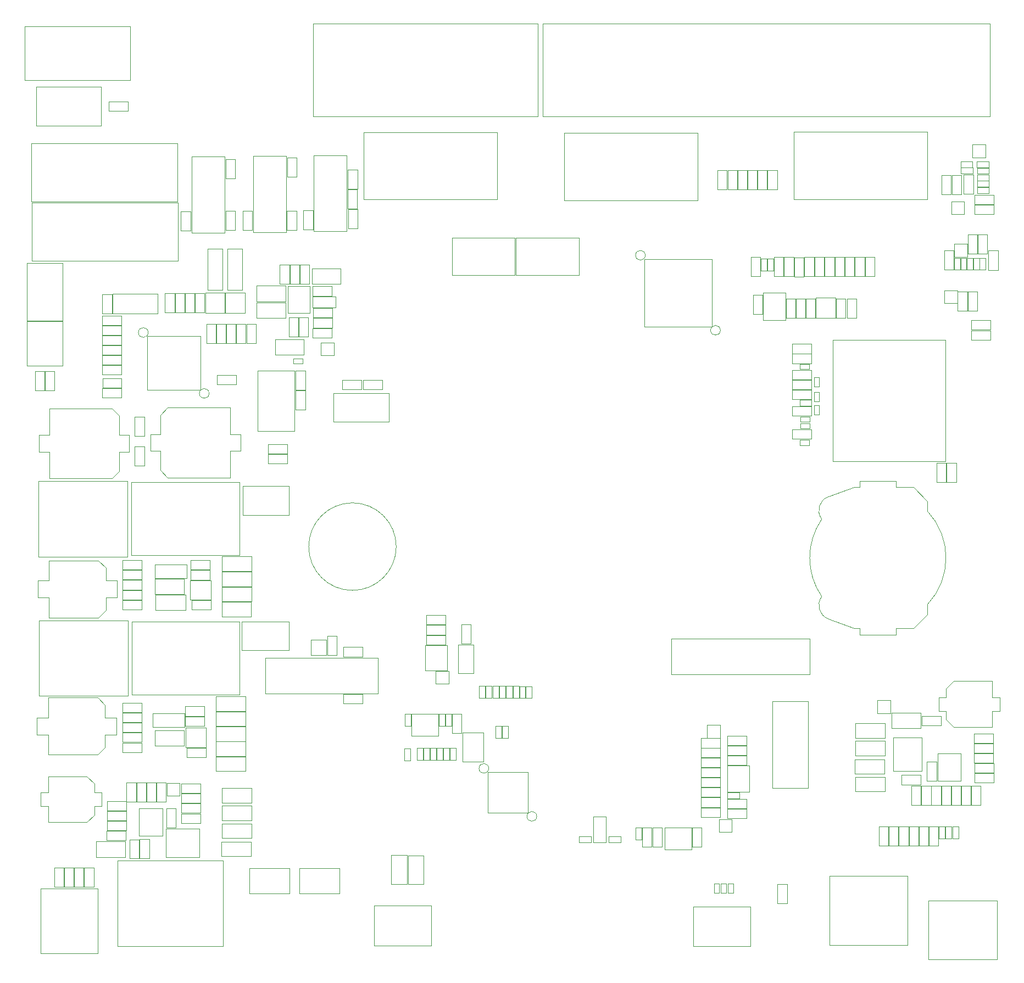
<source format=gbr>
G04 #@! TF.GenerationSoftware,KiCad,Pcbnew,8.0.0-rc1*
G04 #@! TF.CreationDate,2025-03-26T09:49:13+03:00*
G04 #@! TF.ProjectId,Movita_3566_HXV_Router_V4.1,4d6f7669-7461-45f3-9335-36365f485856,REV1*
G04 #@! TF.SameCoordinates,Original*
G04 #@! TF.FileFunction,Other,User*
%FSLAX46Y46*%
G04 Gerber Fmt 4.6, Leading zero omitted, Abs format (unit mm)*
G04 Created by KiCad (PCBNEW 8.0.0-rc1) date 2025-03-26 09:49:13*
%MOMM*%
%LPD*%
G01*
G04 APERTURE LIST*
%ADD10C,0.050000*%
%ADD11C,0.100000*%
G04 APERTURE END LIST*
D10*
X101880000Y-41930000D02*
X122470000Y-41930000D01*
X122470000Y-52330000D01*
X101880000Y-52330000D01*
X101880000Y-41930000D01*
X75340000Y-114110000D02*
X78300000Y-114110000D01*
X75340000Y-115570000D02*
X75340000Y-114110000D01*
X78300000Y-114110000D02*
X78300000Y-115570000D01*
X78300000Y-115570000D02*
X75340000Y-115570000D01*
X121140000Y-140020000D02*
G75*
G02*
X119640000Y-140020000I-750000J0D01*
G01*
X119640000Y-140020000D02*
G75*
G02*
X121140000Y-140020000I750000J0D01*
G01*
X49980000Y-62080000D02*
X49980000Y-70980000D01*
X49980000Y-70980000D02*
X55480000Y-70980000D01*
X55480000Y-62080000D02*
X49980000Y-62080000D01*
X55480000Y-70980000D02*
X55480000Y-62080000D01*
X111102500Y-136867500D02*
X112042500Y-136867500D01*
X111102500Y-138727500D02*
X111102500Y-136867500D01*
X112042500Y-136867500D02*
X112042500Y-138727500D01*
X112042500Y-138727500D02*
X111102500Y-138727500D01*
X192880000Y-61312500D02*
X193800000Y-61312500D01*
X192880000Y-63132500D02*
X192880000Y-61312500D01*
X193800000Y-61312500D02*
X193800000Y-63132500D01*
X193800000Y-63132500D02*
X192880000Y-63132500D01*
X61580000Y-81400000D02*
X64540000Y-81400000D01*
X61580000Y-82860000D02*
X61580000Y-81400000D01*
X64540000Y-81400000D02*
X64540000Y-82860000D01*
X64540000Y-82860000D02*
X61580000Y-82860000D01*
X190950000Y-48540000D02*
X192410000Y-48540000D01*
X190950000Y-51500000D02*
X190950000Y-48540000D01*
X192410000Y-48540000D02*
X192410000Y-51500000D01*
X192410000Y-51500000D02*
X190950000Y-51500000D01*
X89805000Y-68020000D02*
X85355000Y-68020000D01*
X85355000Y-65620000D01*
X89805000Y-65620000D01*
X89805000Y-68020000D01*
X74150000Y-136570000D02*
X69700000Y-136570000D01*
X69700000Y-134170000D01*
X74150000Y-134170000D01*
X74150000Y-136570000D01*
X111525000Y-117930000D02*
X114485000Y-117930000D01*
X111525000Y-119390000D02*
X111525000Y-117930000D01*
X114485000Y-117930000D02*
X114485000Y-119390000D01*
X114485000Y-119390000D02*
X111525000Y-119390000D01*
X95280000Y-74370000D02*
X95280000Y-76370000D01*
X95280000Y-74370000D02*
X97280000Y-74370000D01*
X97280000Y-76370000D02*
X95280000Y-76370000D01*
X97280000Y-76370000D02*
X97280000Y-74370000D01*
X187870000Y-131930000D02*
X190830000Y-131930000D01*
X187870000Y-133390000D02*
X187870000Y-131930000D01*
X190830000Y-131930000D02*
X190830000Y-133390000D01*
X190830000Y-133390000D02*
X187870000Y-133390000D01*
D11*
X115480000Y-58240000D02*
X125180000Y-58240000D01*
X115480000Y-63940000D02*
X115480000Y-58240000D01*
X125180000Y-58240000D02*
X125180000Y-63940000D01*
X125180000Y-63940000D02*
X115480000Y-63940000D01*
D10*
X61580000Y-73280000D02*
X64540000Y-73280000D01*
X61580000Y-74740000D02*
X61580000Y-73280000D01*
X64540000Y-73280000D02*
X64540000Y-74740000D01*
X64540000Y-74740000D02*
X61580000Y-74740000D01*
X64710000Y-109460000D02*
X67670000Y-109460000D01*
X64710000Y-110920000D02*
X64710000Y-109460000D01*
X67670000Y-109460000D02*
X67670000Y-110920000D01*
X67670000Y-110920000D02*
X64710000Y-110920000D01*
X156840000Y-72480000D02*
G75*
G02*
X155340000Y-72480000I-750000J0D01*
G01*
X155340000Y-72480000D02*
G75*
G02*
X156840000Y-72480000I750000J0D01*
G01*
X99430000Y-50805000D02*
X100890000Y-50805000D01*
X99430000Y-53765000D02*
X99430000Y-50805000D01*
X100890000Y-50805000D02*
X100890000Y-53765000D01*
X100890000Y-53765000D02*
X99430000Y-53765000D01*
X98740000Y-128560000D02*
X101700000Y-128560000D01*
X98740000Y-130020000D02*
X98740000Y-128560000D01*
X101700000Y-128560000D02*
X101700000Y-130020000D01*
X101700000Y-130020000D02*
X98740000Y-130020000D01*
X69727500Y-108565000D02*
X74607500Y-108565000D01*
X74607500Y-110695000D01*
X69727500Y-110695000D01*
X69727500Y-108565000D01*
X176350000Y-67580000D02*
X177810000Y-67580000D01*
X176350000Y-70540000D02*
X176350000Y-67580000D01*
X177810000Y-67580000D02*
X177810000Y-70540000D01*
X177810000Y-70540000D02*
X176350000Y-70540000D01*
X64715000Y-107910000D02*
X67675000Y-107910000D01*
X64715000Y-109370000D02*
X64715000Y-107910000D01*
X67675000Y-107910000D02*
X67675000Y-109370000D01*
X67675000Y-109370000D02*
X64715000Y-109370000D01*
X194340000Y-48460000D02*
X195840000Y-48460000D01*
X194340000Y-51460000D02*
X194340000Y-48460000D01*
X195840000Y-48460000D02*
X195840000Y-51460000D01*
X195840000Y-51460000D02*
X194340000Y-51460000D01*
X79990000Y-114360000D02*
X84550000Y-114360000D01*
X79990000Y-116600000D02*
X79990000Y-114360000D01*
X84550000Y-114360000D02*
X84550000Y-116600000D01*
X84550000Y-116600000D02*
X79990000Y-116600000D01*
X64710000Y-112540000D02*
X67670000Y-112540000D01*
X64710000Y-114000000D02*
X64710000Y-112540000D01*
X67670000Y-112540000D02*
X67670000Y-114000000D01*
X67670000Y-114000000D02*
X64710000Y-114000000D01*
X193965000Y-142735000D02*
X195425000Y-142735000D01*
X193965000Y-145695000D02*
X193965000Y-142735000D01*
X195425000Y-142735000D02*
X195425000Y-145695000D01*
X195425000Y-145695000D02*
X193965000Y-145695000D01*
X139640000Y-150510000D02*
X141500000Y-150510000D01*
X139640000Y-151450000D02*
X139640000Y-150510000D01*
X141500000Y-150510000D02*
X141500000Y-151450000D01*
X141500000Y-151450000D02*
X139640000Y-151450000D01*
X188690000Y-139030000D02*
X190150000Y-139030000D01*
X188690000Y-141990000D02*
X188690000Y-139030000D01*
X190150000Y-139030000D02*
X190150000Y-141990000D01*
X190150000Y-141990000D02*
X188690000Y-141990000D01*
X62600000Y-37220000D02*
X65560000Y-37220000D01*
X62600000Y-38680000D02*
X62600000Y-37220000D01*
X65560000Y-37220000D02*
X65560000Y-38680000D01*
X65560000Y-38680000D02*
X62600000Y-38680000D01*
X114490000Y-131620000D02*
X115430000Y-131620000D01*
X114490000Y-133480000D02*
X114490000Y-131620000D01*
X115430000Y-131620000D02*
X115430000Y-133480000D01*
X115430000Y-133480000D02*
X114490000Y-133480000D01*
X77620000Y-71512500D02*
X79080000Y-71512500D01*
X77620000Y-74472500D02*
X77620000Y-71512500D01*
X79080000Y-71512500D02*
X79080000Y-74472500D01*
X79080000Y-74472500D02*
X77620000Y-74472500D01*
X52760000Y-78760000D02*
X54220000Y-78760000D01*
X52760000Y-81720000D02*
X52760000Y-78760000D01*
X54220000Y-78760000D02*
X54220000Y-81720000D01*
X54220000Y-81720000D02*
X52760000Y-81720000D01*
X128540000Y-147420000D02*
G75*
G02*
X127040000Y-147420000I-750000J0D01*
G01*
X127040000Y-147420000D02*
G75*
G02*
X128540000Y-147420000I750000J0D01*
G01*
X191570000Y-149010000D02*
X192490000Y-149010000D01*
X191570000Y-150830000D02*
X191570000Y-149010000D01*
X192490000Y-149010000D02*
X192490000Y-150830000D01*
X192490000Y-150830000D02*
X191570000Y-150830000D01*
X190500000Y-129060000D02*
X190500000Y-131160000D01*
X190500000Y-131160000D02*
X191650000Y-131160000D01*
X191650000Y-127710000D02*
X191650000Y-129060000D01*
X191650000Y-127710000D02*
X192800000Y-126560000D01*
X191650000Y-129060000D02*
X190500000Y-129060000D01*
X191650000Y-131160000D02*
X191650000Y-132510000D01*
X191650000Y-132510000D02*
X192800000Y-133660000D01*
X192800000Y-126560000D02*
X198750000Y-126560000D01*
X192800000Y-133660000D02*
X198750000Y-133660000D01*
X198750000Y-126560000D02*
X198750000Y-129060000D01*
X198750000Y-129060000D02*
X199900000Y-129060000D01*
X198750000Y-131160000D02*
X198750000Y-133660000D01*
X199900000Y-129060000D02*
X199900000Y-131160000D01*
X199900000Y-131160000D02*
X198750000Y-131160000D01*
X51200000Y-78760000D02*
X52660000Y-78760000D01*
X51200000Y-81720000D02*
X51200000Y-78760000D01*
X52660000Y-78760000D02*
X52660000Y-81720000D01*
X52660000Y-81720000D02*
X51200000Y-81720000D01*
X103465000Y-161212500D02*
X112265000Y-161212500D01*
X103465000Y-167312500D02*
X103465000Y-161212500D01*
X103465000Y-167312500D02*
X112265000Y-167312500D01*
X112265000Y-161212500D02*
X112265000Y-167312500D01*
X195515000Y-142725000D02*
X196975000Y-142725000D01*
X195515000Y-145685000D02*
X195515000Y-142725000D01*
X196975000Y-142725000D02*
X196975000Y-145685000D01*
X196975000Y-145685000D02*
X195515000Y-145685000D01*
X194970000Y-57740000D02*
X196430000Y-57740000D01*
X194970000Y-60700000D02*
X194970000Y-57740000D01*
X196430000Y-57740000D02*
X196430000Y-60700000D01*
X196430000Y-60700000D02*
X194970000Y-60700000D01*
X161900000Y-67000000D02*
X163360000Y-67000000D01*
X161900000Y-69960000D02*
X161900000Y-67000000D01*
X163360000Y-67000000D02*
X163360000Y-69960000D01*
X163360000Y-69960000D02*
X161900000Y-69960000D01*
X91400000Y-81730000D02*
X92860000Y-81730000D01*
X91400000Y-84690000D02*
X91400000Y-81730000D01*
X92860000Y-81730000D02*
X92860000Y-84690000D01*
X92860000Y-84690000D02*
X91400000Y-84690000D01*
X61605000Y-77862500D02*
X64565000Y-77862500D01*
X61605000Y-79322500D02*
X61605000Y-77862500D01*
X64565000Y-77862500D02*
X64565000Y-79322500D01*
X64565000Y-79322500D02*
X61605000Y-79322500D01*
D11*
X125340000Y-58250000D02*
X135040000Y-58250000D01*
X125340000Y-63950000D02*
X125340000Y-58250000D01*
X135040000Y-58250000D02*
X135040000Y-63950000D01*
X135040000Y-63950000D02*
X125340000Y-63950000D01*
D10*
X64715000Y-131430000D02*
X67675000Y-131430000D01*
X64715000Y-132890000D02*
X64715000Y-131430000D01*
X67675000Y-131430000D02*
X67675000Y-132890000D01*
X67675000Y-132890000D02*
X64715000Y-132890000D01*
X196540000Y-57720000D02*
X198000000Y-57720000D01*
X196540000Y-60680000D02*
X196540000Y-57720000D01*
X198000000Y-57720000D02*
X198000000Y-60680000D01*
X198000000Y-60680000D02*
X196540000Y-60680000D01*
X79090000Y-135890000D02*
X83650000Y-135890000D01*
X79090000Y-138130000D02*
X79090000Y-135890000D01*
X83650000Y-135890000D02*
X83650000Y-138130000D01*
X83650000Y-138130000D02*
X79090000Y-138130000D01*
X77470000Y-66642500D02*
X77470000Y-69792500D01*
X77470000Y-66642500D02*
X80470000Y-66642500D01*
X77470000Y-69792500D02*
X80470000Y-69792500D01*
X80470000Y-66642500D02*
X80470000Y-69792500D01*
X177590000Y-61190000D02*
X179050000Y-61190000D01*
X177590000Y-64150000D02*
X177590000Y-61190000D01*
X179050000Y-61190000D02*
X179050000Y-64150000D01*
X179050000Y-64150000D02*
X177590000Y-64150000D01*
X64705000Y-134500000D02*
X67665000Y-134500000D01*
X64705000Y-135960000D02*
X64705000Y-134500000D01*
X67665000Y-134500000D02*
X67665000Y-135960000D01*
X67665000Y-135960000D02*
X64705000Y-135960000D01*
X75150000Y-111050000D02*
X78300000Y-111050000D01*
X75150000Y-114050000D02*
X75150000Y-111050000D01*
X75150000Y-114050000D02*
X78300000Y-114050000D01*
X78300000Y-114050000D02*
X78300000Y-111050000D01*
X115172500Y-136867500D02*
X116112500Y-136867500D01*
X115172500Y-138727500D02*
X115172500Y-136867500D01*
X116112500Y-136867500D02*
X116112500Y-138727500D01*
X116112500Y-138727500D02*
X115172500Y-138727500D01*
X167921511Y-84170000D02*
X170881511Y-84170000D01*
X167921511Y-85630000D02*
X167921511Y-84170000D01*
X170881511Y-84170000D02*
X170881511Y-85630000D01*
X170881511Y-85630000D02*
X167921511Y-85630000D01*
X167880000Y-76110000D02*
X170840000Y-76110000D01*
X167880000Y-77570000D02*
X167880000Y-76110000D01*
X170840000Y-76110000D02*
X170840000Y-77570000D01*
X170840000Y-77570000D02*
X167880000Y-77570000D01*
X91410000Y-78690000D02*
X92870000Y-78690000D01*
X91410000Y-81650000D02*
X91410000Y-78690000D01*
X92870000Y-78690000D02*
X92870000Y-81650000D01*
X92870000Y-81650000D02*
X91410000Y-81650000D01*
X171260000Y-85503489D02*
X172050000Y-85503489D01*
X172050000Y-84063489D01*
X171260000Y-84063489D01*
X171260000Y-85503489D01*
X69957500Y-142230000D02*
X71417500Y-142230000D01*
X69957500Y-145190000D02*
X69957500Y-142230000D01*
X71417500Y-142230000D02*
X71417500Y-145190000D01*
X71417500Y-145190000D02*
X69957500Y-145190000D01*
X157917500Y-138039998D02*
X160877500Y-138039998D01*
X157917500Y-139499998D02*
X157917500Y-138039998D01*
X160877500Y-138039998D02*
X160877500Y-139499998D01*
X160877500Y-139499998D02*
X157917500Y-139499998D01*
X193910000Y-47420000D02*
X195730000Y-47420000D01*
X193910000Y-48340000D02*
X193910000Y-47420000D01*
X195730000Y-47420000D02*
X195730000Y-48340000D01*
X195730000Y-48340000D02*
X193910000Y-48340000D01*
X124860000Y-127340000D02*
X125800000Y-127340000D01*
X124860000Y-129200000D02*
X124860000Y-127340000D01*
X125800000Y-127340000D02*
X125800000Y-129200000D01*
X125800000Y-129200000D02*
X124860000Y-129200000D01*
X171390000Y-61205000D02*
X172850000Y-61205000D01*
X171390000Y-64165000D02*
X171390000Y-61205000D01*
X172850000Y-61205000D02*
X172850000Y-64165000D01*
X172850000Y-64165000D02*
X171390000Y-64165000D01*
X159520000Y-47820000D02*
X160980000Y-47820000D01*
X159520000Y-50780000D02*
X159520000Y-47820000D01*
X160980000Y-47820000D02*
X160980000Y-50780000D01*
X160980000Y-50780000D02*
X159520000Y-50780000D01*
X87130000Y-91565000D02*
X90090000Y-91565000D01*
X87130000Y-93025000D02*
X87130000Y-91565000D01*
X90090000Y-91565000D02*
X90090000Y-93025000D01*
X90090000Y-93025000D02*
X87130000Y-93025000D01*
X114152500Y-136867500D02*
X115092500Y-136867500D01*
X114152500Y-138727500D02*
X114152500Y-136867500D01*
X115092500Y-136867500D02*
X115092500Y-138727500D01*
X115092500Y-138727500D02*
X114152500Y-138727500D01*
X117140000Y-134467500D02*
X120300000Y-134467500D01*
X117140000Y-139027500D02*
X117140000Y-134467500D01*
X120300000Y-134467500D02*
X120300000Y-139027500D01*
X120300000Y-139027500D02*
X117140000Y-139027500D01*
X143805000Y-149145000D02*
X144745000Y-149145000D01*
X143805000Y-151005000D02*
X143805000Y-149145000D01*
X144745000Y-149145000D02*
X144745000Y-151005000D01*
X144745000Y-151005000D02*
X143805000Y-151005000D01*
X145270000Y-60910000D02*
G75*
G02*
X143770000Y-60910000I-750000J0D01*
G01*
X143770000Y-60910000D02*
G75*
G02*
X145270000Y-60910000I750000J0D01*
G01*
X146420000Y-149110000D02*
X147880000Y-149110000D01*
X146420000Y-152070000D02*
X146420000Y-149110000D01*
X147880000Y-149110000D02*
X147880000Y-152070000D01*
X147880000Y-152070000D02*
X146420000Y-152070000D01*
X153850000Y-139940000D02*
X156810000Y-139940000D01*
X153850000Y-141400000D02*
X153850000Y-139940000D01*
X156810000Y-139940000D02*
X156810000Y-141400000D01*
X156810000Y-141400000D02*
X153850000Y-141400000D01*
X88212500Y-73840000D02*
X92662500Y-73840000D01*
X92662500Y-76240000D01*
X88212500Y-76240000D01*
X88212500Y-73840000D01*
X94032500Y-65700000D02*
X96992500Y-65700000D01*
X94032500Y-67160000D02*
X94032500Y-65700000D01*
X96992500Y-65700000D02*
X96992500Y-67160000D01*
X96992500Y-67160000D02*
X94032500Y-67160000D01*
X128705000Y-39520000D02*
X94055000Y-39520000D01*
X94055000Y-25170000D01*
X128705000Y-25170000D01*
X128705000Y-39520000D01*
X170543489Y-90190000D02*
X169103489Y-90190000D01*
X169103489Y-89400000D01*
X170543489Y-89400000D01*
X170543489Y-90190000D01*
X110112500Y-136907500D02*
X111032500Y-136907500D01*
X110112500Y-138727500D02*
X110112500Y-136907500D01*
X111032500Y-136907500D02*
X111032500Y-138727500D01*
X111032500Y-138727500D02*
X110112500Y-138727500D01*
X196400000Y-49440000D02*
X198220000Y-49440000D01*
X196400000Y-50360000D02*
X196400000Y-49440000D01*
X198220000Y-49440000D02*
X198220000Y-50360000D01*
X198220000Y-50360000D02*
X196400000Y-50360000D01*
X195710000Y-43840000D02*
X195710000Y-45840000D01*
X195710000Y-43840000D02*
X197710000Y-43840000D01*
X197710000Y-45840000D02*
X195710000Y-45840000D01*
X197710000Y-45840000D02*
X197710000Y-43840000D01*
X196800000Y-61312500D02*
X197720000Y-61312500D01*
X196800000Y-63132500D02*
X196800000Y-61312500D01*
X197720000Y-61312500D02*
X197720000Y-63132500D01*
X197720000Y-63132500D02*
X196800000Y-63132500D01*
X186290000Y-142725000D02*
X187750000Y-142725000D01*
X186290000Y-145685000D02*
X186290000Y-142725000D01*
X187750000Y-142725000D02*
X187750000Y-145685000D01*
X187750000Y-145685000D02*
X186290000Y-145685000D01*
X196400000Y-50420000D02*
X198220000Y-50420000D01*
X196400000Y-51340000D02*
X196400000Y-50420000D01*
X198220000Y-50420000D02*
X198220000Y-51340000D01*
X198220000Y-51340000D02*
X196400000Y-51340000D01*
X173690000Y-156590000D02*
X185690000Y-156590000D01*
X185690000Y-167270000D01*
X173690000Y-167270000D01*
X173690000Y-156590000D01*
X164110000Y-61450000D02*
X165030000Y-61450000D01*
X164110000Y-63270000D02*
X164110000Y-61450000D01*
X165030000Y-61450000D02*
X165030000Y-63270000D01*
X165030000Y-63270000D02*
X164110000Y-63270000D01*
X74375000Y-130475000D02*
X77335000Y-130475000D01*
X74375000Y-131935000D02*
X74375000Y-130475000D01*
X77335000Y-130475000D02*
X77335000Y-131935000D01*
X77335000Y-131935000D02*
X74375000Y-131935000D01*
X68650000Y-72820000D02*
G75*
G02*
X67150000Y-72820000I-750000J0D01*
G01*
X67150000Y-72820000D02*
G75*
G02*
X68650000Y-72820000I750000J0D01*
G01*
X168240000Y-61230000D02*
X169700000Y-61230000D01*
X168240000Y-64190000D02*
X168240000Y-61230000D01*
X169700000Y-61230000D02*
X169700000Y-64190000D01*
X169700000Y-64190000D02*
X168240000Y-64190000D01*
X65330000Y-142225000D02*
X66790000Y-142225000D01*
X65330000Y-145185000D02*
X65330000Y-142225000D01*
X66790000Y-142225000D02*
X66790000Y-145185000D01*
X66790000Y-145185000D02*
X65330000Y-145185000D01*
X90365000Y-70460000D02*
X91825000Y-70460000D01*
X90365000Y-73420000D02*
X90365000Y-70460000D01*
X91825000Y-70460000D02*
X91825000Y-73420000D01*
X91825000Y-73420000D02*
X90365000Y-73420000D01*
X191350000Y-66320000D02*
X191350000Y-68320000D01*
X191350000Y-66320000D02*
X193350000Y-66320000D01*
X193350000Y-68320000D02*
X191350000Y-68320000D01*
X193350000Y-68320000D02*
X193350000Y-66320000D01*
X92580000Y-54020000D02*
X94040000Y-54020000D01*
X92580000Y-56980000D02*
X92580000Y-54020000D01*
X94040000Y-54020000D02*
X94040000Y-56980000D01*
X94040000Y-56980000D02*
X92580000Y-56980000D01*
X157915000Y-146270000D02*
X160875000Y-146270000D01*
X157915000Y-147730000D02*
X157915000Y-146270000D01*
X160875000Y-146270000D02*
X160875000Y-147730000D01*
X160875000Y-147730000D02*
X157915000Y-147730000D01*
X73707500Y-54125000D02*
X75167500Y-54125000D01*
X73707500Y-57085000D02*
X73707500Y-54125000D01*
X75167500Y-54125000D02*
X75167500Y-57085000D01*
X75167500Y-57085000D02*
X73707500Y-57085000D01*
X122780000Y-127320000D02*
X123720000Y-127320000D01*
X122780000Y-129180000D02*
X122780000Y-127320000D01*
X123720000Y-127320000D02*
X123720000Y-129180000D01*
X123720000Y-129180000D02*
X122780000Y-129180000D01*
X196390000Y-46450000D02*
X198210000Y-46450000D01*
X196390000Y-47370000D02*
X196390000Y-46450000D01*
X198210000Y-46450000D02*
X198210000Y-47370000D01*
X198210000Y-47370000D02*
X196390000Y-47370000D01*
X99455000Y-53855000D02*
X100915000Y-53855000D01*
X99455000Y-56815000D02*
X99455000Y-53855000D01*
X100915000Y-53855000D02*
X100915000Y-56815000D01*
X100915000Y-56815000D02*
X99455000Y-56815000D01*
X68477500Y-73397500D02*
X68477500Y-81637500D01*
X68477500Y-81637500D02*
X76717500Y-81637500D01*
X76717500Y-73397500D02*
X68477500Y-73397500D01*
X76717500Y-81637500D02*
X76717500Y-73397500D01*
X101790000Y-80130000D02*
X104750000Y-80130000D01*
X101790000Y-81590000D02*
X101790000Y-80130000D01*
X104750000Y-80130000D02*
X104750000Y-81590000D01*
X104750000Y-81590000D02*
X101790000Y-81590000D01*
X123230000Y-133460000D02*
X124170000Y-133460000D01*
X123230000Y-135320000D02*
X123230000Y-133460000D01*
X124170000Y-133460000D02*
X124170000Y-135320000D01*
X124170000Y-135320000D02*
X123230000Y-135320000D01*
X88950000Y-62390000D02*
X90410000Y-62390000D01*
X88950000Y-65350000D02*
X88950000Y-62390000D01*
X90410000Y-62390000D02*
X90410000Y-65350000D01*
X90410000Y-65350000D02*
X88950000Y-65350000D01*
X181260000Y-148985000D02*
X182720000Y-148985000D01*
X181260000Y-151945000D02*
X181260000Y-148985000D01*
X182720000Y-148985000D02*
X182720000Y-151945000D01*
X182720000Y-151945000D02*
X181260000Y-151945000D01*
X54186250Y-155311250D02*
X55646250Y-155311250D01*
X54186250Y-158271250D02*
X54186250Y-155311250D01*
X55646250Y-155311250D02*
X55646250Y-158271250D01*
X55646250Y-158271250D02*
X54186250Y-158271250D01*
X80070000Y-59902500D02*
X77800000Y-59902500D01*
X77800000Y-66242500D01*
X80070000Y-66242500D01*
X80070000Y-59902500D01*
X61590000Y-66940000D02*
X63050000Y-66940000D01*
X61590000Y-69900000D02*
X61590000Y-66940000D01*
X63050000Y-66940000D02*
X63050000Y-69900000D01*
X63050000Y-69900000D02*
X61590000Y-69900000D01*
D11*
X84275000Y-155425000D02*
X90470000Y-155425000D01*
X84275000Y-159275000D02*
X84275000Y-155425000D01*
X90470000Y-155425000D02*
X90470000Y-159275000D01*
X90470000Y-159275000D02*
X84275000Y-159275000D01*
D10*
X191320000Y-60187500D02*
X192780000Y-60187500D01*
X191320000Y-63147500D02*
X191320000Y-60187500D01*
X192780000Y-60187500D02*
X192780000Y-63147500D01*
X192780000Y-63147500D02*
X191320000Y-63147500D01*
X55736250Y-155326250D02*
X57196250Y-155326250D01*
X55736250Y-158286250D02*
X55736250Y-155326250D01*
X57196250Y-155326250D02*
X57196250Y-158286250D01*
X57196250Y-158286250D02*
X55736250Y-158286250D01*
X164829903Y-129681703D02*
X170329903Y-129681703D01*
X170329903Y-143021703D01*
X164829903Y-143021703D01*
X164829903Y-129681703D01*
X113490000Y-131637500D02*
X114410000Y-131637500D01*
X113490000Y-133457500D02*
X113490000Y-131637500D01*
X114410000Y-131637500D02*
X114410000Y-133457500D01*
X114410000Y-133457500D02*
X113490000Y-133457500D01*
X99445000Y-47725000D02*
X100905000Y-47725000D01*
X99445000Y-50685000D02*
X99445000Y-47725000D01*
X100905000Y-47725000D02*
X100905000Y-50685000D01*
X100905000Y-50685000D02*
X99445000Y-50685000D01*
X167931511Y-80120000D02*
X170891511Y-80120000D01*
X167931511Y-81580000D02*
X167931511Y-80120000D01*
X170891511Y-80120000D02*
X170891511Y-81580000D01*
X170891511Y-81580000D02*
X167931511Y-81580000D01*
D11*
X50680000Y-43620000D02*
X50680000Y-52620000D01*
X50680000Y-52620000D02*
X73180000Y-52620000D01*
X73180000Y-43620000D02*
X50680000Y-43620000D01*
X73180000Y-52620000D02*
X73180000Y-43620000D01*
D10*
X71260000Y-66810000D02*
X72720000Y-66810000D01*
X71260000Y-69770000D02*
X71260000Y-66810000D01*
X72720000Y-66810000D02*
X72720000Y-69770000D01*
X72720000Y-69770000D02*
X71260000Y-69770000D01*
X174480000Y-61190000D02*
X175940000Y-61190000D01*
X174480000Y-64150000D02*
X174480000Y-61190000D01*
X175940000Y-61190000D02*
X175940000Y-64150000D01*
X175940000Y-64150000D02*
X174480000Y-64150000D01*
X155505000Y-71895000D02*
X145105000Y-71895000D01*
X145105000Y-61495000D01*
X155505000Y-61495000D01*
X155505000Y-71895000D01*
X170622000Y-125561703D02*
X149282000Y-125561703D01*
X149282000Y-120061703D01*
X170622000Y-120061703D01*
X170622000Y-125561703D01*
X126880000Y-127360000D02*
X127800000Y-127360000D01*
X126880000Y-129180000D02*
X126880000Y-127360000D01*
X127800000Y-127360000D02*
X127800000Y-129180000D01*
X127800000Y-129180000D02*
X126880000Y-129180000D01*
X184750000Y-141050000D02*
X187710000Y-141050000D01*
X184750000Y-142510000D02*
X184750000Y-141050000D01*
X187710000Y-141050000D02*
X187710000Y-142510000D01*
X187710000Y-142510000D02*
X184750000Y-142510000D01*
X58796250Y-155331250D02*
X60256250Y-155331250D01*
X58796250Y-158291250D02*
X58796250Y-155331250D01*
X60256250Y-155331250D02*
X60256250Y-158291250D01*
X60256250Y-158291250D02*
X58796250Y-158291250D01*
X80617500Y-46115000D02*
X82077500Y-46115000D01*
X80617500Y-49075000D02*
X80617500Y-46115000D01*
X82077500Y-46115000D02*
X82077500Y-49075000D01*
X82077500Y-49075000D02*
X80617500Y-49075000D01*
X135070000Y-150510000D02*
X136930000Y-150510000D01*
X135070000Y-151450000D02*
X135070000Y-150510000D01*
X136930000Y-150510000D02*
X136930000Y-151450000D01*
X136930000Y-151450000D02*
X135070000Y-151450000D01*
X195980000Y-139220000D02*
X198940000Y-139220000D01*
X195980000Y-140680000D02*
X195980000Y-139220000D01*
X198940000Y-139220000D02*
X198940000Y-140680000D01*
X198940000Y-140680000D02*
X195980000Y-140680000D01*
X156410000Y-47820000D02*
X157870000Y-47820000D01*
X156410000Y-50780000D02*
X156410000Y-47820000D01*
X157870000Y-47820000D02*
X157870000Y-50780000D01*
X157870000Y-50780000D02*
X156410000Y-50780000D01*
X94042500Y-69030000D02*
X97002500Y-69030000D01*
X94042500Y-70490000D02*
X94042500Y-69030000D01*
X97002500Y-69030000D02*
X97002500Y-70490000D01*
X97002500Y-70490000D02*
X94042500Y-70490000D01*
X195970000Y-137700000D02*
X198930000Y-137700000D01*
X195970000Y-139160000D02*
X195970000Y-137700000D01*
X198930000Y-137700000D02*
X198930000Y-139160000D01*
X198930000Y-139160000D02*
X195970000Y-139160000D01*
X120965000Y-140595000D02*
X127215000Y-140595000D01*
X120965000Y-146845000D02*
X120965000Y-140595000D01*
X127215000Y-140595000D02*
X127215000Y-146845000D01*
X127215000Y-146845000D02*
X120965000Y-146845000D01*
X63150000Y-66890000D02*
X70150000Y-66890000D01*
X63150000Y-69890000D02*
X63150000Y-66890000D01*
X70150000Y-66890000D02*
X70150000Y-69890000D01*
X70150000Y-69890000D02*
X63150000Y-69890000D01*
X165120000Y-61210000D02*
X166580000Y-61210000D01*
X165120000Y-64170000D02*
X165120000Y-61210000D01*
X166580000Y-61210000D02*
X166580000Y-64170000D01*
X166580000Y-64170000D02*
X165120000Y-64170000D01*
X80000000Y-107340000D02*
X84560000Y-107340000D01*
X80000000Y-109580000D02*
X80000000Y-107340000D01*
X84560000Y-107340000D02*
X84560000Y-109580000D01*
X84560000Y-109580000D02*
X80000000Y-109580000D01*
X125880000Y-127360000D02*
X126800000Y-127360000D01*
X125880000Y-129180000D02*
X125880000Y-127360000D01*
X126800000Y-127360000D02*
X126800000Y-129180000D01*
X126800000Y-129180000D02*
X125880000Y-129180000D01*
X73770000Y-143885000D02*
X76730000Y-143885000D01*
X73770000Y-145345000D02*
X73770000Y-143885000D01*
X76730000Y-143885000D02*
X76730000Y-145345000D01*
X76730000Y-145345000D02*
X73770000Y-145345000D01*
X111525000Y-116400000D02*
X114485000Y-116400000D01*
X111525000Y-117860000D02*
X111525000Y-116400000D01*
X114485000Y-116400000D02*
X114485000Y-117860000D01*
X114485000Y-117860000D02*
X111525000Y-117860000D01*
X111130000Y-153425000D02*
X108730000Y-153425000D01*
X108730000Y-157875000D01*
X111130000Y-157875000D01*
X111130000Y-153425000D01*
X68980000Y-88500000D02*
X68980000Y-91100000D01*
X68980000Y-91100000D02*
X70530000Y-91100000D01*
X70530000Y-85550000D02*
X70530000Y-88500000D01*
X70530000Y-85550000D02*
X71680000Y-84400000D01*
X70530000Y-88500000D02*
X68980000Y-88500000D01*
X70530000Y-91100000D02*
X70530000Y-94050000D01*
X70530000Y-94050000D02*
X71680000Y-95200000D01*
X71680000Y-84400000D02*
X81330000Y-84400000D01*
X71680000Y-95200000D02*
X81330000Y-95200000D01*
X81330000Y-84400000D02*
X81330000Y-88500000D01*
X81330000Y-88500000D02*
X82880000Y-88500000D01*
X81330000Y-91100000D02*
X81330000Y-95200000D01*
X82880000Y-88500000D02*
X82880000Y-91100000D01*
X82880000Y-91100000D02*
X81330000Y-91100000D01*
X183480000Y-135230000D02*
X187880000Y-135230000D01*
X183480000Y-140430000D02*
X183480000Y-135230000D01*
X183480000Y-140430000D02*
X187880000Y-140430000D01*
X187880000Y-140430000D02*
X187880000Y-135230000D01*
X157912500Y-136499998D02*
X160872500Y-136499998D01*
X157912500Y-137959998D02*
X157912500Y-136499998D01*
X160872500Y-136499998D02*
X160872500Y-137959998D01*
X160872500Y-137959998D02*
X157912500Y-137959998D01*
X162590000Y-47825000D02*
X164050000Y-47825000D01*
X162590000Y-50785000D02*
X162590000Y-47825000D01*
X164050000Y-47825000D02*
X164050000Y-50785000D01*
X164050000Y-50785000D02*
X162590000Y-50785000D01*
X62280000Y-149660000D02*
X65240000Y-149660000D01*
X62280000Y-151120000D02*
X62280000Y-149660000D01*
X65240000Y-149660000D02*
X65240000Y-151120000D01*
X65240000Y-151120000D02*
X62280000Y-151120000D01*
X80577500Y-54105000D02*
X82037500Y-54105000D01*
X80577500Y-57065000D02*
X80577500Y-54105000D01*
X82037500Y-54105000D02*
X82037500Y-57065000D01*
X82037500Y-57065000D02*
X80577500Y-57065000D01*
X52060000Y-158510000D02*
X52060000Y-168510000D01*
X52060000Y-158510000D02*
X60860000Y-158510000D01*
X60860000Y-168510000D02*
X52060000Y-168510000D01*
X60860000Y-168510000D02*
X60860000Y-158510000D01*
X86730000Y-122980000D02*
X104070000Y-122980000D01*
X104070000Y-128480000D01*
X86730000Y-128480000D01*
X86730000Y-122980000D01*
X51530000Y-132225000D02*
X53230000Y-132225000D01*
X51530000Y-134825000D02*
X51530000Y-132225000D01*
X53230000Y-132225000D02*
X53230000Y-129125000D01*
X53230000Y-134825000D02*
X51530000Y-134825000D01*
X53230000Y-137925000D02*
X53230000Y-134825000D01*
X60880000Y-129125000D02*
X53230000Y-129125000D01*
X60880000Y-137925000D02*
X53230000Y-137925000D01*
X62030000Y-130275000D02*
X60880000Y-129125000D01*
X62030000Y-132225000D02*
X62030000Y-130275000D01*
X62030000Y-134825000D02*
X63730000Y-134825000D01*
X62030000Y-136775000D02*
X60880000Y-137925000D01*
X62030000Y-136775000D02*
X62030000Y-134825000D01*
X63730000Y-132225000D02*
X62030000Y-132225000D01*
X63730000Y-134825000D02*
X63730000Y-132225000D01*
X153850000Y-142980000D02*
X156810000Y-142980000D01*
X153850000Y-144440000D02*
X153850000Y-142980000D01*
X156810000Y-142980000D02*
X156810000Y-144440000D01*
X156810000Y-144440000D02*
X153850000Y-144440000D01*
X73782500Y-145395000D02*
X76742500Y-145395000D01*
X73782500Y-146855000D02*
X73782500Y-145395000D01*
X76742500Y-145395000D02*
X76742500Y-146855000D01*
X76742500Y-146855000D02*
X73782500Y-146855000D01*
X190170000Y-92935000D02*
X191630000Y-92935000D01*
X190170000Y-95895000D02*
X190170000Y-92935000D01*
X191630000Y-92935000D02*
X191630000Y-95895000D01*
X191630000Y-95895000D02*
X190170000Y-95895000D01*
X112112500Y-136867500D02*
X113052500Y-136867500D01*
X112112500Y-138727500D02*
X112112500Y-136867500D01*
X113052500Y-136867500D02*
X113052500Y-138727500D01*
X113052500Y-138727500D02*
X112112500Y-138727500D01*
X68420000Y-142225000D02*
X69880000Y-142225000D01*
X68420000Y-145185000D02*
X68420000Y-142225000D01*
X69880000Y-142225000D02*
X69880000Y-145185000D01*
X69880000Y-145185000D02*
X68420000Y-145185000D01*
X172060000Y-82046511D02*
X171270000Y-82046511D01*
X171270000Y-83486511D01*
X172060000Y-83486511D01*
X172060000Y-82046511D01*
X51640000Y-111075000D02*
X53340000Y-111075000D01*
X51640000Y-113675000D02*
X51640000Y-111075000D01*
X53340000Y-111075000D02*
X53340000Y-107975000D01*
X53340000Y-113675000D02*
X51640000Y-113675000D01*
X53340000Y-116775000D02*
X53340000Y-113675000D01*
X60990000Y-107975000D02*
X53340000Y-107975000D01*
X60990000Y-116775000D02*
X53340000Y-116775000D01*
X62140000Y-109125000D02*
X60990000Y-107975000D01*
X62140000Y-111075000D02*
X62140000Y-109125000D01*
X62140000Y-113675000D02*
X63840000Y-113675000D01*
X62140000Y-115625000D02*
X60990000Y-116775000D01*
X62140000Y-115625000D02*
X62140000Y-113675000D01*
X63840000Y-111075000D02*
X62140000Y-111075000D01*
X63840000Y-113675000D02*
X63840000Y-111075000D01*
X157915000Y-144740000D02*
X160875000Y-144740000D01*
X157915000Y-146200000D02*
X157915000Y-144740000D01*
X160875000Y-144740000D02*
X160875000Y-146200000D01*
X160875000Y-146200000D02*
X157915000Y-146200000D01*
X89930000Y-57340000D02*
X84830000Y-57340000D01*
X84830000Y-45640000D01*
X89930000Y-45640000D01*
X89930000Y-57340000D01*
X181050000Y-129530000D02*
X181050000Y-131530000D01*
X181050000Y-129530000D02*
X183050000Y-129530000D01*
X183050000Y-131530000D02*
X181050000Y-131530000D01*
X183050000Y-131530000D02*
X183050000Y-129530000D01*
X94042500Y-70600000D02*
X97002500Y-70600000D01*
X94042500Y-72060000D02*
X94042500Y-70600000D01*
X97002500Y-70600000D02*
X97002500Y-72060000D01*
X97002500Y-72060000D02*
X94042500Y-72060000D01*
X80002500Y-112050000D02*
X84562500Y-112050000D01*
X80002500Y-114290000D02*
X80002500Y-112050000D01*
X84562500Y-112050000D02*
X84562500Y-114290000D01*
X84562500Y-114290000D02*
X80002500Y-114290000D01*
X94022500Y-67250000D02*
X97522500Y-67250000D01*
X94022500Y-68950000D02*
X94022500Y-67250000D01*
X97522500Y-67250000D02*
X97522500Y-68950000D01*
X97522500Y-68950000D02*
X94022500Y-68950000D01*
X163120000Y-61450000D02*
X164040000Y-61450000D01*
X163120000Y-63270000D02*
X163120000Y-61450000D01*
X164040000Y-61450000D02*
X164040000Y-63270000D01*
X164040000Y-63270000D02*
X163120000Y-63270000D01*
X75160000Y-109480000D02*
X78120000Y-109480000D01*
X75160000Y-110940000D02*
X75160000Y-109480000D01*
X78120000Y-109480000D02*
X78120000Y-110940000D01*
X78120000Y-110940000D02*
X75160000Y-110940000D01*
X189370000Y-142730000D02*
X190830000Y-142730000D01*
X189370000Y-145690000D02*
X189370000Y-142730000D01*
X190830000Y-142730000D02*
X190830000Y-145690000D01*
X190830000Y-145690000D02*
X189370000Y-145690000D01*
X161560000Y-61200000D02*
X163020000Y-61200000D01*
X161560000Y-64160000D02*
X161560000Y-61200000D01*
X163020000Y-61200000D02*
X163020000Y-64160000D01*
X163020000Y-64160000D02*
X161560000Y-64160000D01*
X156940000Y-159250000D02*
X157730000Y-159250000D01*
X157730000Y-157810000D01*
X156940000Y-157810000D01*
X156940000Y-159250000D01*
X196400000Y-48450000D02*
X198220000Y-48450000D01*
X196400000Y-49370000D02*
X196400000Y-48450000D01*
X198220000Y-48450000D02*
X198220000Y-49370000D01*
X198220000Y-49370000D02*
X196400000Y-49370000D01*
X194970000Y-66500000D02*
X196430000Y-66500000D01*
X194970000Y-69460000D02*
X194970000Y-66500000D01*
X196430000Y-66500000D02*
X196430000Y-69460000D01*
X196430000Y-69460000D02*
X194970000Y-69460000D01*
X83810000Y-71532500D02*
X85270000Y-71532500D01*
X83810000Y-74492500D02*
X83810000Y-71532500D01*
X85270000Y-71532500D02*
X85270000Y-74492500D01*
X85270000Y-74492500D02*
X83810000Y-74492500D01*
X153860000Y-146060000D02*
X156820000Y-146060000D01*
X153860000Y-147520000D02*
X153860000Y-146060000D01*
X156820000Y-146060000D02*
X156820000Y-147520000D01*
X156820000Y-147520000D02*
X153860000Y-147520000D01*
X198140000Y-60185000D02*
X199640000Y-60185000D01*
X198140000Y-63185000D02*
X198140000Y-60185000D01*
X199640000Y-60185000D02*
X199640000Y-63185000D01*
X199640000Y-63185000D02*
X198140000Y-63185000D01*
X96250000Y-119630000D02*
X97710000Y-119630000D01*
X96250000Y-122590000D02*
X96250000Y-119630000D01*
X97710000Y-119630000D02*
X97710000Y-122590000D01*
X97710000Y-122590000D02*
X96250000Y-122590000D01*
X51850000Y-88640000D02*
X53400000Y-88640000D01*
X51850000Y-91240000D02*
X51850000Y-88640000D01*
X53400000Y-88640000D02*
X53400000Y-84540000D01*
X53400000Y-91240000D02*
X51850000Y-91240000D01*
X53400000Y-95340000D02*
X53400000Y-91240000D01*
X63050000Y-84540000D02*
X53400000Y-84540000D01*
X63050000Y-95340000D02*
X53400000Y-95340000D01*
X64200000Y-85690000D02*
X63050000Y-84540000D01*
X64200000Y-88640000D02*
X64200000Y-85690000D01*
X64200000Y-91240000D02*
X65750000Y-91240000D01*
X64200000Y-94190000D02*
X63050000Y-95340000D01*
X64200000Y-94190000D02*
X64200000Y-91240000D01*
X65750000Y-88640000D02*
X64200000Y-88640000D01*
X65750000Y-91240000D02*
X65750000Y-88640000D01*
X169810000Y-61217500D02*
X171270000Y-61217500D01*
X169810000Y-64177500D02*
X169810000Y-61217500D01*
X171270000Y-61217500D02*
X171270000Y-64177500D01*
X171270000Y-64177500D02*
X169810000Y-64177500D01*
X109200000Y-131637500D02*
X109200000Y-135037500D01*
X109200000Y-135037500D02*
X113400000Y-135037500D01*
X113400000Y-131637500D02*
X109200000Y-131637500D01*
X113400000Y-135037500D02*
X113400000Y-131637500D01*
X193900000Y-46420000D02*
X195720000Y-46420000D01*
X193900000Y-47340000D02*
X193900000Y-46420000D01*
X195720000Y-46420000D02*
X195720000Y-47340000D01*
X195720000Y-47340000D02*
X193900000Y-47340000D01*
X198360000Y-39520000D02*
X129490000Y-39520000D01*
X129490000Y-25170000D01*
X198360000Y-25170000D01*
X198360000Y-39520000D01*
X80447500Y-57425000D02*
X75347500Y-57425000D01*
X75347500Y-45725000D01*
X80447500Y-45725000D01*
X80447500Y-57425000D01*
X148250000Y-149120000D02*
X148250000Y-152520000D01*
X148250000Y-152520000D02*
X152450000Y-152520000D01*
X152450000Y-149120000D02*
X148250000Y-149120000D01*
X152450000Y-152520000D02*
X152450000Y-149120000D01*
X170633489Y-87600000D02*
X169193489Y-87600000D01*
X169193489Y-86810000D01*
X170633489Y-86810000D01*
X170633489Y-87600000D01*
X71430000Y-146150000D02*
X72890000Y-146150000D01*
X71430000Y-149110000D02*
X71430000Y-146150000D01*
X72890000Y-146150000D02*
X72890000Y-149110000D01*
X72890000Y-149110000D02*
X71430000Y-149110000D01*
X195965000Y-134640000D02*
X198925000Y-134640000D01*
X195965000Y-136100000D02*
X195965000Y-134640000D01*
X198925000Y-134640000D02*
X198925000Y-136100000D01*
X198925000Y-136100000D02*
X195965000Y-136100000D01*
X91895000Y-70465000D02*
X93355000Y-70465000D01*
X91895000Y-73425000D02*
X91895000Y-70465000D01*
X93355000Y-70465000D02*
X93355000Y-73425000D01*
X93355000Y-73425000D02*
X91895000Y-73425000D01*
X144815000Y-149125000D02*
X146275000Y-149125000D01*
X144815000Y-152085000D02*
X144815000Y-149125000D01*
X146275000Y-149125000D02*
X146275000Y-152085000D01*
X146275000Y-152085000D02*
X144815000Y-152085000D01*
X69770000Y-113290000D02*
X74470000Y-113290000D01*
X69770000Y-115590000D02*
X69770000Y-113290000D01*
X74470000Y-115590000D02*
X69770000Y-115590000D01*
X74470000Y-115590000D02*
X74470000Y-113290000D01*
X62300000Y-145060000D02*
X65260000Y-145060000D01*
X62300000Y-146520000D02*
X62300000Y-145060000D01*
X65260000Y-145060000D02*
X65260000Y-146520000D01*
X65260000Y-146520000D02*
X62300000Y-146520000D01*
X177667500Y-141350000D02*
X182227500Y-141350000D01*
X177667500Y-143590000D02*
X177667500Y-141350000D01*
X182227500Y-141350000D02*
X182227500Y-143590000D01*
X182227500Y-143590000D02*
X177667500Y-143590000D01*
X87130000Y-90030000D02*
X90090000Y-90030000D01*
X87130000Y-91490000D02*
X87130000Y-90030000D01*
X90090000Y-90030000D02*
X90090000Y-91490000D01*
X90090000Y-91490000D02*
X87130000Y-91490000D01*
X153850000Y-141460000D02*
X156810000Y-141460000D01*
X153850000Y-142920000D02*
X153850000Y-141460000D01*
X156810000Y-141460000D02*
X156810000Y-142920000D01*
X156810000Y-142920000D02*
X153850000Y-142920000D01*
X195980000Y-140740000D02*
X198940000Y-140740000D01*
X195980000Y-142200000D02*
X195980000Y-140740000D01*
X198940000Y-140740000D02*
X198940000Y-142200000D01*
X198940000Y-142200000D02*
X195980000Y-142200000D01*
X184370000Y-148990000D02*
X185830000Y-148990000D01*
X184370000Y-151950000D02*
X184370000Y-148990000D01*
X185830000Y-148990000D02*
X185830000Y-151950000D01*
X185830000Y-151950000D02*
X184370000Y-151950000D01*
X170633489Y-86570000D02*
X169193489Y-86570000D01*
X169193489Y-85780000D01*
X170633489Y-85780000D01*
X170633489Y-86570000D01*
D11*
X50710000Y-52810000D02*
X50710000Y-61810000D01*
X50710000Y-61810000D02*
X73210000Y-61810000D01*
X73210000Y-52810000D02*
X50710000Y-52810000D01*
X73210000Y-61810000D02*
X73210000Y-52810000D01*
D10*
X116900000Y-117810000D02*
X118360000Y-117810000D01*
X116900000Y-120770000D02*
X116900000Y-117810000D01*
X118360000Y-117810000D02*
X118360000Y-120770000D01*
X118360000Y-120770000D02*
X116900000Y-120770000D01*
X79290000Y-79390000D02*
X82250000Y-79390000D01*
X79290000Y-80850000D02*
X79290000Y-79390000D01*
X82250000Y-79390000D02*
X82250000Y-80850000D01*
X82250000Y-80850000D02*
X79290000Y-80850000D01*
X64715000Y-129910000D02*
X67675000Y-129910000D01*
X64715000Y-131370000D02*
X64715000Y-129910000D01*
X67675000Y-129910000D02*
X67675000Y-131370000D01*
X67675000Y-131370000D02*
X64715000Y-131370000D01*
X52095000Y-143740000D02*
X53245000Y-143740000D01*
X52095000Y-145840000D02*
X52095000Y-143740000D01*
X53245000Y-143740000D02*
X53245000Y-141240000D01*
X53245000Y-145840000D02*
X52095000Y-145840000D01*
X53245000Y-148340000D02*
X53245000Y-145840000D01*
X59195000Y-141240000D02*
X53245000Y-141240000D01*
X59195000Y-148340000D02*
X53245000Y-148340000D01*
X60345000Y-142390000D02*
X59195000Y-141240000D01*
X60345000Y-143740000D02*
X60345000Y-142390000D01*
X60345000Y-145840000D02*
X61495000Y-145840000D01*
X60345000Y-147190000D02*
X59195000Y-148340000D01*
X60345000Y-147190000D02*
X60345000Y-145840000D01*
X61495000Y-143740000D02*
X60345000Y-143740000D01*
X61495000Y-145840000D02*
X61495000Y-143740000D01*
X90485000Y-62390000D02*
X91945000Y-62390000D01*
X90485000Y-65350000D02*
X90485000Y-62390000D01*
X91945000Y-62390000D02*
X91945000Y-65350000D01*
X91945000Y-65350000D02*
X90485000Y-65350000D01*
X80002500Y-143090000D02*
X84562500Y-143090000D01*
X80002500Y-145330000D02*
X80002500Y-143090000D01*
X84562500Y-143090000D02*
X84562500Y-145330000D01*
X84562500Y-145330000D02*
X80002500Y-145330000D01*
X192450000Y-52600000D02*
X192450000Y-54600000D01*
X192450000Y-52600000D02*
X194450000Y-52600000D01*
X194450000Y-54600000D02*
X192450000Y-54600000D01*
X194450000Y-54600000D02*
X194450000Y-52600000D01*
X92045000Y-62400000D02*
X93505000Y-62400000D01*
X92045000Y-65360000D02*
X92045000Y-62400000D01*
X93505000Y-62400000D02*
X93505000Y-65360000D01*
X93505000Y-65360000D02*
X92045000Y-65360000D01*
X157917500Y-143740000D02*
X159777500Y-143740000D01*
X157917500Y-144680000D02*
X157917500Y-143740000D01*
X159777500Y-143740000D02*
X159777500Y-144680000D01*
X159777500Y-144680000D02*
X157917500Y-144680000D01*
X195530000Y-70890000D02*
X198490000Y-70890000D01*
X195530000Y-72350000D02*
X195530000Y-70890000D01*
X198490000Y-70890000D02*
X198490000Y-72350000D01*
X198490000Y-72350000D02*
X195530000Y-72350000D01*
X152695000Y-161332500D02*
X161495000Y-161332500D01*
X152695000Y-167432500D02*
X152695000Y-161332500D01*
X152695000Y-167432500D02*
X161495000Y-167432500D01*
X161495000Y-161332500D02*
X161495000Y-167432500D01*
X75870000Y-66790000D02*
X77330000Y-66790000D01*
X75870000Y-69750000D02*
X75870000Y-66790000D01*
X77330000Y-66790000D02*
X77330000Y-69750000D01*
X77330000Y-69750000D02*
X75870000Y-69750000D01*
X66060000Y-95870000D02*
X66060000Y-107170000D01*
X66060000Y-107170000D02*
X82710000Y-107170000D01*
X82710000Y-95870000D02*
X66060000Y-95870000D01*
X82710000Y-107170000D02*
X82710000Y-95870000D01*
X66600000Y-85825000D02*
X68060000Y-85825000D01*
X66600000Y-88785000D02*
X66600000Y-85825000D01*
X68060000Y-85825000D02*
X68060000Y-88785000D01*
X68060000Y-88785000D02*
X66600000Y-88785000D01*
X111525000Y-119480000D02*
X114485000Y-119480000D01*
X111525000Y-120940000D02*
X111525000Y-119480000D01*
X114485000Y-119480000D02*
X114485000Y-120940000D01*
X114485000Y-120940000D02*
X111525000Y-120940000D01*
X80020000Y-148530000D02*
X84580000Y-148530000D01*
X80020000Y-150770000D02*
X80020000Y-148530000D01*
X84580000Y-148530000D02*
X84580000Y-150770000D01*
X84580000Y-150770000D02*
X80020000Y-150770000D01*
X161050000Y-47820000D02*
X162510000Y-47820000D01*
X161050000Y-50780000D02*
X161050000Y-47820000D01*
X162510000Y-47820000D02*
X162510000Y-50780000D01*
X162510000Y-50780000D02*
X161050000Y-50780000D01*
X113122500Y-136867500D02*
X114062500Y-136867500D01*
X113122500Y-138727500D02*
X113122500Y-136867500D01*
X114062500Y-136867500D02*
X114062500Y-138727500D01*
X114062500Y-138727500D02*
X113122500Y-138727500D01*
X176040000Y-61190000D02*
X177500000Y-61190000D01*
X176040000Y-64150000D02*
X176040000Y-61190000D01*
X177500000Y-61190000D02*
X177500000Y-64150000D01*
X177500000Y-64150000D02*
X176040000Y-64150000D01*
X49980000Y-71050000D02*
X49980000Y-77950000D01*
X49980000Y-77950000D02*
X55480000Y-77950000D01*
X55480000Y-71050000D02*
X49980000Y-71050000D01*
X55480000Y-77950000D02*
X55480000Y-71050000D01*
X67350000Y-150960000D02*
X68810000Y-150960000D01*
X67350000Y-153920000D02*
X67350000Y-150960000D01*
X68810000Y-150960000D02*
X68810000Y-153920000D01*
X68810000Y-153920000D02*
X67350000Y-153920000D01*
X89805000Y-70580000D02*
X85355000Y-70580000D01*
X85355000Y-68180000D01*
X89805000Y-68180000D01*
X89805000Y-70580000D01*
X73765000Y-142345000D02*
X76725000Y-142345000D01*
X73765000Y-143805000D02*
X73765000Y-142345000D01*
X76725000Y-142345000D02*
X76725000Y-143805000D01*
X76725000Y-143805000D02*
X73765000Y-143805000D01*
X93770000Y-120190000D02*
X96070000Y-120190000D01*
X93770000Y-122590000D02*
X93770000Y-120190000D01*
X96070000Y-120190000D02*
X96070000Y-122590000D01*
X96070000Y-122590000D02*
X93770000Y-122590000D01*
X82240000Y-71507500D02*
X83700000Y-71507500D01*
X82240000Y-74467500D02*
X82240000Y-71507500D01*
X83700000Y-71507500D02*
X83700000Y-74467500D01*
X83700000Y-74467500D02*
X82240000Y-74467500D01*
X65800000Y-150970000D02*
X67260000Y-150970000D01*
X65800000Y-153930000D02*
X65800000Y-150970000D01*
X67260000Y-150970000D02*
X67260000Y-153930000D01*
X67260000Y-153930000D02*
X65800000Y-153930000D01*
X66600000Y-90390000D02*
X68060000Y-90390000D01*
X66600000Y-93350000D02*
X66600000Y-90390000D01*
X68060000Y-90390000D02*
X68060000Y-93350000D01*
X68060000Y-93350000D02*
X66600000Y-93350000D01*
X171260000Y-81170000D02*
X172050000Y-81170000D01*
X172050000Y-79730000D01*
X171260000Y-79730000D01*
X171260000Y-81170000D01*
X167895000Y-87750000D02*
X170855000Y-87750000D01*
X167895000Y-89210000D02*
X167895000Y-87750000D01*
X170855000Y-87750000D02*
X170855000Y-89210000D01*
X170855000Y-89210000D02*
X167895000Y-89210000D01*
X187440000Y-148970000D02*
X188900000Y-148970000D01*
X187440000Y-151930000D02*
X187440000Y-148970000D01*
X188900000Y-148970000D02*
X188900000Y-151930000D01*
X188900000Y-151930000D02*
X187440000Y-151930000D01*
X157905000Y-134977500D02*
X160865000Y-134977500D01*
X157905000Y-136437500D02*
X157905000Y-134977500D01*
X160865000Y-134977500D02*
X160865000Y-136437500D01*
X160865000Y-136437500D02*
X157905000Y-136437500D01*
X188870000Y-160445000D02*
X199510000Y-160445000D01*
X188870000Y-169475000D02*
X188870000Y-160445000D01*
X199510000Y-160445000D02*
X199510000Y-169475000D01*
X199510000Y-169475000D02*
X188870000Y-169475000D01*
X158020000Y-159230000D02*
X158810000Y-159230000D01*
X158810000Y-157790000D01*
X158020000Y-157790000D01*
X158020000Y-159230000D01*
X108537500Y-153407500D02*
X106137500Y-153407500D01*
X106137500Y-157857500D01*
X108537500Y-157857500D01*
X108537500Y-153407500D01*
X177617500Y-135780000D02*
X182177500Y-135780000D01*
X177617500Y-138020000D02*
X177617500Y-135780000D01*
X182177500Y-135780000D02*
X182177500Y-138020000D01*
X182177500Y-138020000D02*
X177617500Y-138020000D01*
X90095000Y-45845000D02*
X91555000Y-45845000D01*
X90095000Y-48805000D02*
X90095000Y-45845000D01*
X91555000Y-45845000D02*
X91555000Y-48805000D01*
X91555000Y-48805000D02*
X90095000Y-48805000D01*
X80570000Y-66652500D02*
X80570000Y-69802500D01*
X80570000Y-66652500D02*
X83570000Y-66652500D01*
X80570000Y-69802500D02*
X83570000Y-69802500D01*
X83570000Y-66652500D02*
X83570000Y-69802500D01*
X71540000Y-142265000D02*
X71540000Y-144265000D01*
X71540000Y-142265000D02*
X73540000Y-142265000D01*
X73540000Y-144265000D02*
X71540000Y-144265000D01*
X73540000Y-144265000D02*
X73540000Y-142265000D01*
X170540000Y-78460000D02*
X169100000Y-78460000D01*
X169100000Y-77670000D01*
X170540000Y-77670000D01*
X170540000Y-78460000D01*
X72790000Y-66800000D02*
X74250000Y-66800000D01*
X72790000Y-69760000D02*
X72790000Y-66800000D01*
X74250000Y-66800000D02*
X74250000Y-69760000D01*
X74250000Y-69760000D02*
X72790000Y-69760000D01*
X61605000Y-76342500D02*
X64565000Y-76342500D01*
X61605000Y-77802500D02*
X61605000Y-76342500D01*
X64565000Y-76342500D02*
X64565000Y-77802500D01*
X64565000Y-77802500D02*
X61605000Y-77802500D01*
X137220000Y-147455000D02*
X139220000Y-147455000D01*
X139220000Y-151455000D01*
X137220000Y-151455000D01*
X137220000Y-147455000D01*
X196005000Y-53120000D02*
X198965000Y-53120000D01*
X196005000Y-54580000D02*
X196005000Y-53120000D01*
X198965000Y-53120000D02*
X198965000Y-54580000D01*
X198965000Y-54580000D02*
X196005000Y-54580000D01*
X83130000Y-59902500D02*
X80860000Y-59902500D01*
X80860000Y-66242500D01*
X83130000Y-66242500D01*
X83130000Y-59902500D01*
X153850000Y-144520000D02*
X156810000Y-144520000D01*
X153850000Y-145980000D02*
X153850000Y-144520000D01*
X156810000Y-144520000D02*
X156810000Y-145980000D01*
X156810000Y-145980000D02*
X153850000Y-145980000D01*
X192610000Y-149010000D02*
X193550000Y-149010000D01*
X192610000Y-150870000D02*
X192610000Y-149010000D01*
X193550000Y-149010000D02*
X193550000Y-150870000D01*
X193550000Y-150870000D02*
X192610000Y-150870000D01*
X167926511Y-78600000D02*
X170886511Y-78600000D01*
X167926511Y-80060000D02*
X167926511Y-78600000D01*
X170886511Y-78600000D02*
X170886511Y-80060000D01*
X170886511Y-80060000D02*
X167926511Y-80060000D01*
X80020000Y-145790000D02*
X84580000Y-145790000D01*
X80020000Y-148030000D02*
X80020000Y-145790000D01*
X84580000Y-145790000D02*
X84580000Y-148030000D01*
X84580000Y-148030000D02*
X80020000Y-148030000D01*
X64705000Y-132960000D02*
X67665000Y-132960000D01*
X64705000Y-134420000D02*
X64705000Y-132960000D01*
X67665000Y-132960000D02*
X67665000Y-134420000D01*
X67665000Y-134420000D02*
X64705000Y-134420000D01*
X108162500Y-136927500D02*
X109102500Y-136927500D01*
X108162500Y-138787500D02*
X108162500Y-136927500D01*
X109102500Y-136927500D02*
X109102500Y-138787500D01*
X109102500Y-138787500D02*
X108162500Y-138787500D01*
X153840000Y-138410000D02*
X156800000Y-138410000D01*
X153840000Y-139870000D02*
X153840000Y-138410000D01*
X156800000Y-138410000D02*
X156800000Y-139870000D01*
X156800000Y-139870000D02*
X153840000Y-139870000D01*
X157915000Y-139570000D02*
X157915000Y-143670000D01*
X157915000Y-143670000D02*
X161315000Y-143670000D01*
X161315000Y-139570000D02*
X157915000Y-139570000D01*
X161315000Y-143670000D02*
X161315000Y-139570000D01*
X65510000Y-128850000D02*
X51790000Y-128850000D01*
X51790000Y-117220000D01*
X65510000Y-117220000D01*
X65510000Y-128850000D01*
X66867500Y-142225000D02*
X68327500Y-142225000D01*
X66867500Y-145185000D02*
X66867500Y-142225000D01*
X68327500Y-142225000D02*
X68327500Y-145185000D01*
X68327500Y-145185000D02*
X66867500Y-145185000D01*
X78040000Y-82210000D02*
G75*
G02*
X76540000Y-82210000I-750000J0D01*
G01*
X76540000Y-82210000D02*
G75*
G02*
X78040000Y-82210000I750000J0D01*
G01*
X195965000Y-136170000D02*
X198925000Y-136170000D01*
X195965000Y-137630000D02*
X195965000Y-136170000D01*
X198925000Y-136170000D02*
X198925000Y-137630000D01*
X198925000Y-137630000D02*
X195965000Y-137630000D01*
X121730000Y-127340000D02*
X122670000Y-127340000D01*
X121730000Y-129200000D02*
X121730000Y-127340000D01*
X122670000Y-127340000D02*
X122670000Y-129200000D01*
X122670000Y-129200000D02*
X121730000Y-129200000D01*
X64675000Y-136070000D02*
X67635000Y-136070000D01*
X64675000Y-137530000D02*
X64675000Y-136070000D01*
X67635000Y-136070000D02*
X67635000Y-137530000D01*
X67635000Y-137530000D02*
X64675000Y-137530000D01*
X74170000Y-113200000D02*
X69720000Y-113200000D01*
X69720000Y-110800000D01*
X74170000Y-110800000D01*
X74170000Y-113200000D01*
X173487146Y-116978064D02*
X177477146Y-118446064D01*
X177475667Y-96679999D02*
X173495667Y-98119999D01*
X177477146Y-118446064D02*
X178327146Y-118446064D01*
X178325667Y-95689999D02*
X178325667Y-96679999D01*
X178325667Y-96679999D02*
X177475667Y-96679999D01*
X178327146Y-118446064D02*
X178327146Y-119429999D01*
X178327146Y-119429999D02*
X183905667Y-119429999D01*
X183905667Y-95689999D02*
X178325667Y-95689999D01*
X183905667Y-96679999D02*
X183905667Y-95689999D01*
X183905667Y-118439999D02*
X186615667Y-118439999D01*
X183905667Y-119429999D02*
X183905667Y-118439999D01*
X186615667Y-96679999D02*
X183905667Y-96679999D01*
X186615667Y-118439999D02*
X188755667Y-116299999D01*
X188755667Y-98819999D02*
X186615667Y-96679999D01*
X188755667Y-100359999D02*
X188755667Y-98819999D01*
X188755667Y-116299999D02*
X188755667Y-114759999D01*
X172468173Y-101602463D02*
G75*
G02*
X173495667Y-98120000I1797495J1362464D01*
G01*
X172468488Y-113522920D02*
G75*
G02*
X172468173Y-101602465I8639683J5960456D01*
G01*
X173487146Y-116978063D02*
G75*
G02*
X172468487Y-113522920I771341J2105144D01*
G01*
X188756094Y-100360453D02*
G75*
G02*
X188755666Y-114759998I-7640430J-7199546D01*
G01*
X83250000Y-54040000D02*
X84710000Y-54040000D01*
X83250000Y-57000000D02*
X83250000Y-54040000D01*
X84710000Y-54040000D02*
X84710000Y-57000000D01*
X84710000Y-57000000D02*
X83250000Y-57000000D01*
X187840000Y-142730000D02*
X189300000Y-142730000D01*
X187840000Y-145690000D02*
X187840000Y-142730000D01*
X189300000Y-142730000D02*
X189300000Y-145690000D01*
X189300000Y-145690000D02*
X187840000Y-145690000D01*
X62300000Y-146600000D02*
X65260000Y-146600000D01*
X62300000Y-148060000D02*
X62300000Y-146600000D01*
X65260000Y-146600000D02*
X65260000Y-148060000D01*
X65260000Y-148060000D02*
X62300000Y-148060000D01*
X196010000Y-51600000D02*
X198970000Y-51600000D01*
X196010000Y-53060000D02*
X196010000Y-51600000D01*
X198970000Y-51600000D02*
X198970000Y-53060000D01*
X198970000Y-53060000D02*
X196010000Y-53060000D01*
X132775000Y-42040000D02*
X153365000Y-42040000D01*
X153365000Y-52440000D01*
X132775000Y-52440000D01*
X132775000Y-42040000D01*
X168500000Y-67610000D02*
X169960000Y-67610000D01*
X168500000Y-70570000D02*
X168500000Y-67610000D01*
X169960000Y-67610000D02*
X169960000Y-70570000D01*
X169960000Y-70570000D02*
X168500000Y-70570000D01*
X185910000Y-148985000D02*
X187370000Y-148985000D01*
X185910000Y-151945000D02*
X185910000Y-148985000D01*
X187370000Y-148985000D02*
X187370000Y-151945000D01*
X187370000Y-151945000D02*
X185910000Y-151945000D01*
X85490000Y-78702500D02*
X85490000Y-88002500D01*
X85490000Y-88002500D02*
X91210000Y-88002500D01*
X91210000Y-78702500D02*
X85490000Y-78702500D01*
X91210000Y-88002500D02*
X91210000Y-78702500D01*
X190330000Y-137680000D02*
X193930000Y-137680000D01*
X190330000Y-141980000D02*
X190330000Y-137680000D01*
X193930000Y-137680000D02*
X193930000Y-141980000D01*
X193930000Y-141980000D02*
X190330000Y-141980000D01*
X155860000Y-159260000D02*
X156650000Y-159260000D01*
X156650000Y-157820000D01*
X155860000Y-157820000D01*
X155860000Y-159260000D01*
X73780000Y-147000000D02*
X76740000Y-147000000D01*
X73780000Y-148460000D02*
X73780000Y-147000000D01*
X76740000Y-147000000D02*
X76740000Y-148460000D01*
X76740000Y-148460000D02*
X73780000Y-148460000D01*
X49602500Y-25627500D02*
X49602500Y-33877500D01*
X49602500Y-33877500D02*
X65842500Y-33877500D01*
X65842500Y-25627500D02*
X49602500Y-25627500D01*
X65842500Y-33877500D02*
X65842500Y-25627500D01*
X79080000Y-128920000D02*
X83640000Y-128920000D01*
X79080000Y-131160000D02*
X79080000Y-128920000D01*
X83640000Y-128920000D02*
X83640000Y-131160000D01*
X83640000Y-131160000D02*
X79080000Y-131160000D01*
X57266250Y-155326250D02*
X58726250Y-155326250D01*
X57266250Y-158286250D02*
X57266250Y-155326250D01*
X58726250Y-155326250D02*
X58726250Y-158286250D01*
X58726250Y-158286250D02*
X57266250Y-158286250D01*
X74375000Y-132045000D02*
X77335000Y-132045000D01*
X74375000Y-133505000D02*
X74375000Y-132045000D01*
X77335000Y-132045000D02*
X77335000Y-133505000D01*
X77335000Y-133505000D02*
X74375000Y-133505000D01*
X196400000Y-47430000D02*
X198220000Y-47430000D01*
X196400000Y-48350000D02*
X196400000Y-47430000D01*
X198220000Y-47430000D02*
X198220000Y-48350000D01*
X198220000Y-48350000D02*
X196400000Y-48350000D01*
X163460000Y-66690000D02*
X163460000Y-70890000D01*
X163460000Y-70890000D02*
X166860000Y-70890000D01*
X166860000Y-66690000D02*
X163460000Y-66690000D01*
X166860000Y-70890000D02*
X166860000Y-66690000D01*
X179140000Y-61200000D02*
X180600000Y-61200000D01*
X179140000Y-64160000D02*
X179140000Y-61200000D01*
X180600000Y-61200000D02*
X180600000Y-64160000D01*
X180600000Y-64160000D02*
X179140000Y-64160000D01*
X177647500Y-133090000D02*
X182207500Y-133090000D01*
X177647500Y-135330000D02*
X177647500Y-133090000D01*
X182207500Y-133090000D02*
X182207500Y-135330000D01*
X182207500Y-135330000D02*
X177647500Y-135330000D01*
X71360000Y-149340000D02*
X71360000Y-153740000D01*
X71360000Y-149340000D02*
X76560000Y-149340000D01*
X71360000Y-153740000D02*
X76560000Y-153740000D01*
X76560000Y-149340000D02*
X76560000Y-153740000D01*
X165660000Y-157880000D02*
X167120000Y-157880000D01*
X165660000Y-160840000D02*
X165660000Y-157880000D01*
X167120000Y-157880000D02*
X167120000Y-160840000D01*
X167120000Y-160840000D02*
X165660000Y-160840000D01*
X66120000Y-117375000D02*
X66120000Y-128675000D01*
X66120000Y-128675000D02*
X82770000Y-128675000D01*
X82770000Y-117375000D02*
X66120000Y-117375000D01*
X82770000Y-128675000D02*
X82770000Y-117375000D01*
X153840000Y-136890000D02*
X156800000Y-136890000D01*
X153840000Y-138350000D02*
X153840000Y-136890000D01*
X156800000Y-136890000D02*
X156800000Y-138350000D01*
X156800000Y-138350000D02*
X153840000Y-138350000D01*
X98330000Y-65370000D02*
X93880000Y-65370000D01*
X93880000Y-62970000D01*
X98330000Y-62970000D01*
X98330000Y-65370000D01*
X61570000Y-70230000D02*
X64530000Y-70230000D01*
X61570000Y-71690000D02*
X61570000Y-70230000D01*
X64530000Y-70230000D02*
X64530000Y-71690000D01*
X64530000Y-71690000D02*
X61570000Y-71690000D01*
X65080000Y-153690000D02*
X60630000Y-153690000D01*
X60630000Y-151290000D01*
X65080000Y-151290000D01*
X65080000Y-153690000D01*
X74320000Y-66810000D02*
X75780000Y-66810000D01*
X74320000Y-69770000D02*
X74320000Y-66810000D01*
X75780000Y-66810000D02*
X75780000Y-69770000D01*
X75780000Y-69770000D02*
X74320000Y-69770000D01*
X90185000Y-65690000D02*
X90185000Y-69790000D01*
X90185000Y-69790000D02*
X93585000Y-69790000D01*
X93585000Y-65690000D02*
X90185000Y-65690000D01*
X93585000Y-69790000D02*
X93585000Y-65690000D01*
X157970000Y-47820000D02*
X159430000Y-47820000D01*
X157970000Y-50780000D02*
X157970000Y-47820000D01*
X159430000Y-47820000D02*
X159430000Y-50780000D01*
X159430000Y-50780000D02*
X157970000Y-50780000D01*
X61580000Y-71750000D02*
X64540000Y-71750000D01*
X61580000Y-73210000D02*
X61580000Y-71750000D01*
X64540000Y-71750000D02*
X64540000Y-73210000D01*
X64540000Y-73210000D02*
X61580000Y-73210000D01*
X188965000Y-148965000D02*
X190425000Y-148965000D01*
X188965000Y-151925000D02*
X188965000Y-148965000D01*
X190425000Y-148965000D02*
X190425000Y-151925000D01*
X190425000Y-151925000D02*
X188965000Y-151925000D01*
X119620000Y-127300000D02*
X120560000Y-127300000D01*
X119620000Y-129160000D02*
X119620000Y-127300000D01*
X120560000Y-127300000D02*
X120560000Y-129160000D01*
X120560000Y-129160000D02*
X119620000Y-129160000D01*
X166660000Y-61200000D02*
X168120000Y-61200000D01*
X166660000Y-64160000D02*
X166660000Y-61200000D01*
X168120000Y-61200000D02*
X168120000Y-64160000D01*
X168120000Y-64160000D02*
X166660000Y-64160000D01*
X171570000Y-67415000D02*
X171570000Y-70565000D01*
X171570000Y-67415000D02*
X174570000Y-67415000D01*
X171570000Y-70565000D02*
X174570000Y-70565000D01*
X174570000Y-67415000D02*
X174570000Y-70565000D01*
X164130000Y-47840000D02*
X165590000Y-47840000D01*
X164130000Y-50800000D02*
X164130000Y-47840000D01*
X165590000Y-47840000D02*
X165590000Y-50800000D01*
X165590000Y-50800000D02*
X164130000Y-50800000D01*
X90050000Y-54040000D02*
X91510000Y-54040000D01*
X90050000Y-57000000D02*
X90050000Y-54040000D01*
X91510000Y-54040000D02*
X91510000Y-57000000D01*
X91510000Y-57000000D02*
X90050000Y-57000000D01*
X154820000Y-135310000D02*
X154820000Y-133310000D01*
X154820000Y-135310000D02*
X156820000Y-135310000D01*
X156820000Y-133310000D02*
X154820000Y-133310000D01*
X156820000Y-133310000D02*
X156820000Y-135310000D01*
X64680000Y-114110000D02*
X67640000Y-114110000D01*
X64680000Y-115570000D02*
X64680000Y-114110000D01*
X67640000Y-114110000D02*
X67640000Y-115570000D01*
X67640000Y-115570000D02*
X64680000Y-115570000D01*
X192520000Y-48530000D02*
X193980000Y-48530000D01*
X192520000Y-51490000D02*
X192520000Y-48530000D01*
X193980000Y-48530000D02*
X193980000Y-51490000D01*
X193980000Y-51490000D02*
X192520000Y-51490000D01*
X63905000Y-154207500D02*
X63905000Y-167477500D01*
X63905000Y-154207500D02*
X80215000Y-154207500D01*
X80215000Y-167477500D02*
X63905000Y-167477500D01*
X80215000Y-167477500D02*
X80215000Y-154207500D01*
D11*
X91975000Y-155425000D02*
X98170000Y-155425000D01*
X91975000Y-159275000D02*
X91975000Y-155425000D01*
X98170000Y-155425000D02*
X98170000Y-159275000D01*
X98170000Y-159275000D02*
X91975000Y-159275000D01*
D10*
X62290000Y-148130000D02*
X65250000Y-148130000D01*
X62290000Y-149590000D02*
X62290000Y-148130000D01*
X65250000Y-148130000D02*
X65250000Y-149590000D01*
X65250000Y-149590000D02*
X62290000Y-149590000D01*
X98740000Y-121320000D02*
X101700000Y-121320000D01*
X98740000Y-122780000D02*
X98740000Y-121320000D01*
X101700000Y-121320000D02*
X101700000Y-122780000D01*
X101700000Y-122780000D02*
X98740000Y-122780000D01*
X156610000Y-149850000D02*
X156610000Y-147850000D01*
X156610000Y-149850000D02*
X158610000Y-149850000D01*
X158610000Y-147850000D02*
X156610000Y-147850000D01*
X158610000Y-147850000D02*
X158610000Y-149850000D01*
X123830000Y-127340000D02*
X124770000Y-127340000D01*
X123830000Y-129200000D02*
X123830000Y-127340000D01*
X124770000Y-127340000D02*
X124770000Y-129200000D01*
X124770000Y-129200000D02*
X123830000Y-129200000D01*
X190530000Y-148990000D02*
X191470000Y-148990000D01*
X190530000Y-150850000D02*
X190530000Y-148990000D01*
X191470000Y-148990000D02*
X191470000Y-150850000D01*
X191470000Y-150850000D02*
X190530000Y-150850000D01*
X92433489Y-77610000D02*
X91013489Y-77610000D01*
X91013489Y-76840000D01*
X92433489Y-76840000D01*
X92433489Y-77610000D01*
X74430000Y-133770000D02*
X77580000Y-133770000D01*
X74430000Y-136770000D02*
X74430000Y-133770000D01*
X74430000Y-136770000D02*
X77580000Y-136770000D01*
X77580000Y-136770000D02*
X77580000Y-133770000D01*
X194840000Y-61312500D02*
X195760000Y-61312500D01*
X194840000Y-63132500D02*
X194840000Y-61312500D01*
X195760000Y-61312500D02*
X195760000Y-63132500D01*
X195760000Y-63132500D02*
X194840000Y-63132500D01*
X93990000Y-72200000D02*
X96950000Y-72200000D01*
X93990000Y-73660000D02*
X93990000Y-72200000D01*
X96950000Y-72200000D02*
X96950000Y-73660000D01*
X96950000Y-73660000D02*
X93990000Y-73660000D01*
X67242500Y-146145000D02*
X70842500Y-146145000D01*
X67242500Y-150445000D02*
X67242500Y-146145000D01*
X70842500Y-146145000D02*
X70842500Y-150445000D01*
X70842500Y-150445000D02*
X67242500Y-150445000D01*
X152510000Y-149120000D02*
X153970000Y-149120000D01*
X152510000Y-152080000D02*
X152510000Y-149120000D01*
X153970000Y-149120000D02*
X153970000Y-152080000D01*
X153970000Y-152080000D02*
X152510000Y-152080000D01*
X192880000Y-59170000D02*
X192880000Y-61170000D01*
X192880000Y-59170000D02*
X194880000Y-59170000D01*
X194880000Y-61170000D02*
X192880000Y-61170000D01*
X194880000Y-61170000D02*
X194880000Y-59170000D01*
X75170000Y-107915000D02*
X78130000Y-107915000D01*
X75170000Y-109375000D02*
X75170000Y-107915000D01*
X78130000Y-107915000D02*
X78130000Y-109375000D01*
X78130000Y-109375000D02*
X75170000Y-109375000D01*
X74640000Y-136870000D02*
X77600000Y-136870000D01*
X74640000Y-138330000D02*
X74640000Y-136870000D01*
X77600000Y-136870000D02*
X77600000Y-138330000D01*
X77600000Y-138330000D02*
X74640000Y-138330000D01*
X170030000Y-67610000D02*
X171490000Y-67610000D01*
X170030000Y-70570000D02*
X170030000Y-67610000D01*
X171490000Y-67610000D02*
X171490000Y-70570000D01*
X171490000Y-70570000D02*
X170030000Y-70570000D01*
X99260000Y-57230000D02*
X94160000Y-57230000D01*
X94160000Y-45530000D01*
X99260000Y-45530000D01*
X99260000Y-57230000D01*
X174695000Y-67600000D02*
X176155000Y-67600000D01*
X174695000Y-70560000D02*
X174695000Y-67600000D01*
X176155000Y-67600000D02*
X176155000Y-70560000D01*
X176155000Y-70560000D02*
X174695000Y-70560000D01*
X193860000Y-61312500D02*
X194780000Y-61312500D01*
X193860000Y-63132500D02*
X193860000Y-61312500D01*
X194780000Y-61312500D02*
X194780000Y-63132500D01*
X194780000Y-63132500D02*
X193860000Y-63132500D01*
X177567500Y-138610000D02*
X182127500Y-138610000D01*
X177567500Y-140850000D02*
X177567500Y-138610000D01*
X182127500Y-138610000D02*
X182127500Y-140850000D01*
X182127500Y-140850000D02*
X177567500Y-140850000D01*
X115500000Y-131615000D02*
X116960000Y-131615000D01*
X115500000Y-134575000D02*
X115500000Y-131615000D01*
X116960000Y-131615000D02*
X116960000Y-134575000D01*
X116960000Y-134575000D02*
X115500000Y-134575000D01*
X166980000Y-67620000D02*
X168440000Y-67620000D01*
X166980000Y-70580000D02*
X166980000Y-67620000D01*
X168440000Y-67620000D02*
X168440000Y-70580000D01*
X168440000Y-70580000D02*
X166980000Y-70580000D01*
X122210000Y-133460000D02*
X123150000Y-133460000D01*
X122210000Y-135320000D02*
X122210000Y-133460000D01*
X123150000Y-133460000D02*
X123150000Y-135320000D01*
X123150000Y-135320000D02*
X122210000Y-135320000D01*
X51370000Y-34950000D02*
X61370000Y-34950000D01*
X61370000Y-40950000D01*
X51370000Y-40950000D01*
X51370000Y-34950000D01*
X172940000Y-61210000D02*
X174400000Y-61210000D01*
X172940000Y-64170000D02*
X172940000Y-61210000D01*
X174400000Y-61210000D02*
X174400000Y-64170000D01*
X174400000Y-64170000D02*
X172940000Y-64170000D01*
X105760000Y-86600000D02*
X97210000Y-86600000D01*
X97210000Y-82200000D01*
X105760000Y-82200000D01*
X105760000Y-86600000D01*
X192435000Y-142740000D02*
X193895000Y-142740000D01*
X192435000Y-145700000D02*
X192435000Y-142740000D01*
X193895000Y-142740000D02*
X193895000Y-145700000D01*
X193895000Y-145700000D02*
X192435000Y-145700000D01*
X108200000Y-131637500D02*
X109120000Y-131637500D01*
X108200000Y-133457500D02*
X108200000Y-131637500D01*
X109120000Y-131637500D02*
X109120000Y-133457500D01*
X109120000Y-133457500D02*
X108200000Y-133457500D01*
X187720000Y-133860000D02*
X183270000Y-133860000D01*
X183270000Y-131460000D01*
X187720000Y-131460000D01*
X187720000Y-133860000D01*
X167931511Y-81630000D02*
X170891511Y-81630000D01*
X167931511Y-83090000D02*
X167931511Y-81630000D01*
X170891511Y-81630000D02*
X170891511Y-83090000D01*
X170891511Y-83090000D02*
X167931511Y-83090000D01*
X79160000Y-71512500D02*
X80620000Y-71512500D01*
X79160000Y-74472500D02*
X79160000Y-71512500D01*
X80620000Y-71512500D02*
X80620000Y-74472500D01*
X80620000Y-74472500D02*
X79160000Y-74472500D01*
X83100000Y-117390000D02*
X90325000Y-117390000D01*
X83100000Y-121830000D02*
X83100000Y-117390000D01*
X90325000Y-117390000D02*
X90325000Y-121830000D01*
X90325000Y-121830000D02*
X83100000Y-121830000D01*
X193430000Y-66505000D02*
X194890000Y-66505000D01*
X193430000Y-69465000D02*
X193430000Y-66505000D01*
X194890000Y-66505000D02*
X194890000Y-69465000D01*
X194890000Y-69465000D02*
X193430000Y-69465000D01*
X118800000Y-120935000D02*
X116400000Y-120935000D01*
X116400000Y-125385000D01*
X118800000Y-125385000D01*
X118800000Y-120935000D01*
X98575000Y-80140000D02*
X101535000Y-80140000D01*
X98575000Y-81600000D02*
X98575000Y-80140000D01*
X101535000Y-80140000D02*
X101535000Y-81600000D01*
X101535000Y-81600000D02*
X98575000Y-81600000D01*
X153860000Y-135370000D02*
X156820000Y-135370000D01*
X153860000Y-136830000D02*
X153860000Y-135370000D01*
X156820000Y-135370000D02*
X156820000Y-136830000D01*
X156820000Y-136830000D02*
X153860000Y-136830000D01*
X191730000Y-92935000D02*
X193190000Y-92935000D01*
X191730000Y-95895000D02*
X191730000Y-92935000D01*
X193190000Y-92935000D02*
X193190000Y-95895000D01*
X193190000Y-95895000D02*
X191730000Y-95895000D01*
X79090000Y-133580000D02*
X83650000Y-133580000D01*
X79090000Y-135820000D02*
X79090000Y-133580000D01*
X83650000Y-133580000D02*
X83650000Y-135820000D01*
X83650000Y-135820000D02*
X79090000Y-135820000D01*
X61590000Y-74820000D02*
X64550000Y-74820000D01*
X61590000Y-76280000D02*
X61590000Y-74820000D01*
X64550000Y-74820000D02*
X64550000Y-76280000D01*
X64550000Y-76280000D02*
X61590000Y-76280000D01*
X80710000Y-71502500D02*
X82170000Y-71502500D01*
X80710000Y-74462500D02*
X80710000Y-71502500D01*
X82170000Y-71502500D02*
X82170000Y-74462500D01*
X82170000Y-74462500D02*
X80710000Y-74462500D01*
X167875000Y-74580000D02*
X170835000Y-74580000D01*
X167875000Y-76040000D02*
X167875000Y-74580000D01*
X170835000Y-74580000D02*
X170835000Y-76040000D01*
X170835000Y-76040000D02*
X167875000Y-76040000D01*
X195820000Y-61312500D02*
X196740000Y-61312500D01*
X195820000Y-63132500D02*
X195820000Y-61312500D01*
X196740000Y-61312500D02*
X196740000Y-63132500D01*
X196740000Y-63132500D02*
X195820000Y-63132500D01*
X182820000Y-148990000D02*
X184280000Y-148990000D01*
X182820000Y-151950000D02*
X182820000Y-148990000D01*
X184280000Y-148990000D02*
X184280000Y-151950000D01*
X184280000Y-151950000D02*
X182820000Y-151950000D01*
X79088750Y-138210000D02*
X83648750Y-138210000D01*
X79088750Y-140450000D02*
X79088750Y-138210000D01*
X83648750Y-138210000D02*
X83648750Y-140450000D01*
X83648750Y-140450000D02*
X79088750Y-140450000D01*
X195530000Y-72490000D02*
X198490000Y-72490000D01*
X195530000Y-73950000D02*
X195530000Y-72490000D01*
X198490000Y-72490000D02*
X198490000Y-73950000D01*
X198490000Y-73950000D02*
X195530000Y-73950000D01*
X80022500Y-109710000D02*
X84582500Y-109710000D01*
X80022500Y-111950000D02*
X80022500Y-109710000D01*
X84582500Y-109710000D02*
X84582500Y-111950000D01*
X84582500Y-111950000D02*
X80022500Y-111950000D01*
D11*
X174210000Y-73940000D02*
X191510000Y-73940000D01*
X174210000Y-92640000D02*
X174210000Y-73940000D01*
X191510000Y-73940000D02*
X191510000Y-92640000D01*
X191510000Y-92640000D02*
X174210000Y-92640000D01*
D10*
X79100000Y-131250000D02*
X83660000Y-131250000D01*
X79100000Y-133490000D02*
X79100000Y-131250000D01*
X83660000Y-131250000D02*
X83660000Y-133490000D01*
X83660000Y-133490000D02*
X79100000Y-133490000D01*
X64710000Y-110990000D02*
X67670000Y-110990000D01*
X64710000Y-112450000D02*
X64710000Y-110990000D01*
X67670000Y-110990000D02*
X67670000Y-112450000D01*
X67670000Y-112450000D02*
X64710000Y-112450000D01*
X79960000Y-151310000D02*
X84520000Y-151310000D01*
X79960000Y-153550000D02*
X79960000Y-151310000D01*
X84520000Y-151310000D02*
X84520000Y-153550000D01*
X84520000Y-153550000D02*
X79960000Y-153550000D01*
X61610000Y-79862500D02*
X64570000Y-79862500D01*
X61610000Y-81322500D02*
X61610000Y-79862500D01*
X64570000Y-79862500D02*
X64570000Y-81322500D01*
X64570000Y-81322500D02*
X61610000Y-81322500D01*
X111330000Y-121052500D02*
X111330000Y-124892500D01*
X111330000Y-124892500D02*
X114730000Y-124892500D01*
X114730000Y-121052500D02*
X111330000Y-121052500D01*
X114730000Y-124892500D02*
X114730000Y-121052500D01*
X106885799Y-105830000D02*
G75*
G02*
X93394201Y-105830000I-6745799J0D01*
G01*
X93394201Y-105830000D02*
G75*
G02*
X106885799Y-105830000I6745799J0D01*
G01*
X168185000Y-41870000D02*
X188775000Y-41870000D01*
X188775000Y-52270000D01*
X168185000Y-52270000D01*
X168185000Y-41870000D01*
X169061511Y-83190000D02*
X170881511Y-83190000D01*
X169061511Y-84110000D02*
X169061511Y-83190000D01*
X170881511Y-83190000D02*
X170881511Y-84110000D01*
X170881511Y-84110000D02*
X169061511Y-84110000D01*
X120690000Y-127330000D02*
X121630000Y-127330000D01*
X120690000Y-129190000D02*
X120690000Y-127330000D01*
X121630000Y-127330000D02*
X121630000Y-129190000D01*
X121630000Y-129190000D02*
X120690000Y-129190000D01*
X190905000Y-142740000D02*
X192365000Y-142740000D01*
X190905000Y-145700000D02*
X190905000Y-142740000D01*
X192365000Y-142740000D02*
X192365000Y-145700000D01*
X192365000Y-145700000D02*
X190905000Y-145700000D01*
X112990000Y-124990000D02*
X112990000Y-126990000D01*
X112990000Y-124990000D02*
X114990000Y-124990000D01*
X114990000Y-126990000D02*
X112990000Y-126990000D01*
X114990000Y-126990000D02*
X114990000Y-124990000D01*
X83275000Y-96500000D02*
X90325000Y-96500000D01*
X83275000Y-100940000D02*
X83275000Y-96500000D01*
X90325000Y-96500000D02*
X90325000Y-100940000D01*
X90325000Y-100940000D02*
X83275000Y-100940000D01*
X69385000Y-131510000D02*
X74235000Y-131510000D01*
X74235000Y-133670000D01*
X69385000Y-133670000D01*
X69385000Y-131510000D01*
X65450000Y-107375000D02*
X51730000Y-107375000D01*
X51730000Y-95745000D01*
X65450000Y-95745000D01*
X65450000Y-107375000D01*
M02*

</source>
